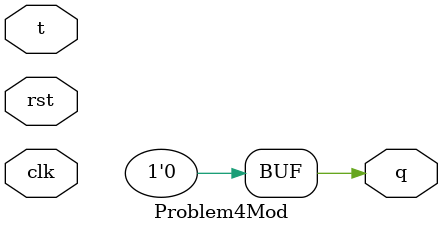
<source format=v>
`timescale 1ns / 1ps

module Problem4Mod(
    input clk,
    input t,
    input rst,
    output reg q
    );
    
    always @(rst)
    begin
        q=0;
    end
    
    always @(posedge clk)
    begin
        if (rst)
        begin
            q=0;
        end
        
        else
        begin
            if(t) q=~q;
        end
    end
    
endmodule

</source>
